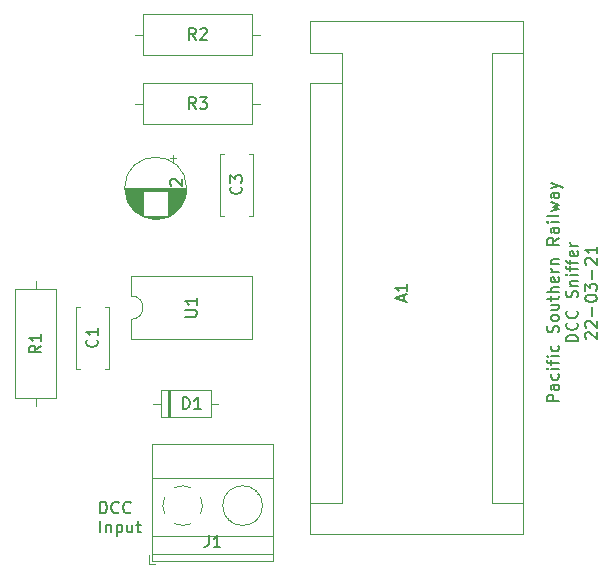
<source format=gbr>
%TF.GenerationSoftware,KiCad,Pcbnew,(6.0.2)*%
%TF.CreationDate,2022-03-21T18:21:57-04:00*%
%TF.ProjectId,dccsniffer,64636373-6e69-4666-9665-722e6b696361,rev?*%
%TF.SameCoordinates,Original*%
%TF.FileFunction,Legend,Top*%
%TF.FilePolarity,Positive*%
%FSLAX46Y46*%
G04 Gerber Fmt 4.6, Leading zero omitted, Abs format (unit mm)*
G04 Created by KiCad (PCBNEW (6.0.2)) date 2022-03-21 18:21:57*
%MOMM*%
%LPD*%
G01*
G04 APERTURE LIST*
%ADD10C,0.150000*%
%ADD11C,0.120000*%
G04 APERTURE END LIST*
D10*
X144384380Y-46806285D02*
X143384380Y-46806285D01*
X143384380Y-46425333D01*
X143432000Y-46330095D01*
X143479619Y-46282476D01*
X143574857Y-46234857D01*
X143717714Y-46234857D01*
X143812952Y-46282476D01*
X143860571Y-46330095D01*
X143908190Y-46425333D01*
X143908190Y-46806285D01*
X144384380Y-45377714D02*
X143860571Y-45377714D01*
X143765333Y-45425333D01*
X143717714Y-45520571D01*
X143717714Y-45711047D01*
X143765333Y-45806285D01*
X144336761Y-45377714D02*
X144384380Y-45472952D01*
X144384380Y-45711047D01*
X144336761Y-45806285D01*
X144241523Y-45853904D01*
X144146285Y-45853904D01*
X144051047Y-45806285D01*
X144003428Y-45711047D01*
X144003428Y-45472952D01*
X143955809Y-45377714D01*
X144336761Y-44472952D02*
X144384380Y-44568190D01*
X144384380Y-44758666D01*
X144336761Y-44853904D01*
X144289142Y-44901523D01*
X144193904Y-44949142D01*
X143908190Y-44949142D01*
X143812952Y-44901523D01*
X143765333Y-44853904D01*
X143717714Y-44758666D01*
X143717714Y-44568190D01*
X143765333Y-44472952D01*
X144384380Y-44044380D02*
X143717714Y-44044380D01*
X143384380Y-44044380D02*
X143432000Y-44092000D01*
X143479619Y-44044380D01*
X143432000Y-43996761D01*
X143384380Y-44044380D01*
X143479619Y-44044380D01*
X143717714Y-43711047D02*
X143717714Y-43330095D01*
X144384380Y-43568190D02*
X143527238Y-43568190D01*
X143432000Y-43520571D01*
X143384380Y-43425333D01*
X143384380Y-43330095D01*
X144384380Y-42996761D02*
X143717714Y-42996761D01*
X143384380Y-42996761D02*
X143432000Y-43044380D01*
X143479619Y-42996761D01*
X143432000Y-42949142D01*
X143384380Y-42996761D01*
X143479619Y-42996761D01*
X144336761Y-42092000D02*
X144384380Y-42187238D01*
X144384380Y-42377714D01*
X144336761Y-42472952D01*
X144289142Y-42520571D01*
X144193904Y-42568190D01*
X143908190Y-42568190D01*
X143812952Y-42520571D01*
X143765333Y-42472952D01*
X143717714Y-42377714D01*
X143717714Y-42187238D01*
X143765333Y-42092000D01*
X144336761Y-40949142D02*
X144384380Y-40806285D01*
X144384380Y-40568190D01*
X144336761Y-40472952D01*
X144289142Y-40425333D01*
X144193904Y-40377714D01*
X144098666Y-40377714D01*
X144003428Y-40425333D01*
X143955809Y-40472952D01*
X143908190Y-40568190D01*
X143860571Y-40758666D01*
X143812952Y-40853904D01*
X143765333Y-40901523D01*
X143670095Y-40949142D01*
X143574857Y-40949142D01*
X143479619Y-40901523D01*
X143432000Y-40853904D01*
X143384380Y-40758666D01*
X143384380Y-40520571D01*
X143432000Y-40377714D01*
X144384380Y-39806285D02*
X144336761Y-39901523D01*
X144289142Y-39949142D01*
X144193904Y-39996761D01*
X143908190Y-39996761D01*
X143812952Y-39949142D01*
X143765333Y-39901523D01*
X143717714Y-39806285D01*
X143717714Y-39663428D01*
X143765333Y-39568190D01*
X143812952Y-39520571D01*
X143908190Y-39472952D01*
X144193904Y-39472952D01*
X144289142Y-39520571D01*
X144336761Y-39568190D01*
X144384380Y-39663428D01*
X144384380Y-39806285D01*
X143717714Y-38615809D02*
X144384380Y-38615809D01*
X143717714Y-39044380D02*
X144241523Y-39044380D01*
X144336761Y-38996761D01*
X144384380Y-38901523D01*
X144384380Y-38758666D01*
X144336761Y-38663428D01*
X144289142Y-38615809D01*
X143717714Y-38282476D02*
X143717714Y-37901523D01*
X143384380Y-38139619D02*
X144241523Y-38139619D01*
X144336761Y-38092000D01*
X144384380Y-37996761D01*
X144384380Y-37901523D01*
X144384380Y-37568190D02*
X143384380Y-37568190D01*
X144384380Y-37139619D02*
X143860571Y-37139619D01*
X143765333Y-37187238D01*
X143717714Y-37282476D01*
X143717714Y-37425333D01*
X143765333Y-37520571D01*
X143812952Y-37568190D01*
X144336761Y-36282476D02*
X144384380Y-36377714D01*
X144384380Y-36568190D01*
X144336761Y-36663428D01*
X144241523Y-36711047D01*
X143860571Y-36711047D01*
X143765333Y-36663428D01*
X143717714Y-36568190D01*
X143717714Y-36377714D01*
X143765333Y-36282476D01*
X143860571Y-36234857D01*
X143955809Y-36234857D01*
X144051047Y-36711047D01*
X144384380Y-35806285D02*
X143717714Y-35806285D01*
X143908190Y-35806285D02*
X143812952Y-35758666D01*
X143765333Y-35711047D01*
X143717714Y-35615809D01*
X143717714Y-35520571D01*
X143717714Y-35187238D02*
X144384380Y-35187238D01*
X143812952Y-35187238D02*
X143765333Y-35139619D01*
X143717714Y-35044380D01*
X143717714Y-34901523D01*
X143765333Y-34806285D01*
X143860571Y-34758666D01*
X144384380Y-34758666D01*
X144384380Y-32949142D02*
X143908190Y-33282476D01*
X144384380Y-33520571D02*
X143384380Y-33520571D01*
X143384380Y-33139619D01*
X143432000Y-33044380D01*
X143479619Y-32996761D01*
X143574857Y-32949142D01*
X143717714Y-32949142D01*
X143812952Y-32996761D01*
X143860571Y-33044380D01*
X143908190Y-33139619D01*
X143908190Y-33520571D01*
X144384380Y-32092000D02*
X143860571Y-32092000D01*
X143765333Y-32139619D01*
X143717714Y-32234857D01*
X143717714Y-32425333D01*
X143765333Y-32520571D01*
X144336761Y-32092000D02*
X144384380Y-32187238D01*
X144384380Y-32425333D01*
X144336761Y-32520571D01*
X144241523Y-32568190D01*
X144146285Y-32568190D01*
X144051047Y-32520571D01*
X144003428Y-32425333D01*
X144003428Y-32187238D01*
X143955809Y-32092000D01*
X144384380Y-31615809D02*
X143717714Y-31615809D01*
X143384380Y-31615809D02*
X143432000Y-31663428D01*
X143479619Y-31615809D01*
X143432000Y-31568190D01*
X143384380Y-31615809D01*
X143479619Y-31615809D01*
X144384380Y-30996761D02*
X144336761Y-31092000D01*
X144241523Y-31139619D01*
X143384380Y-31139619D01*
X143717714Y-30711047D02*
X144384380Y-30520571D01*
X143908190Y-30330095D01*
X144384380Y-30139619D01*
X143717714Y-29949142D01*
X144384380Y-29139619D02*
X143860571Y-29139619D01*
X143765333Y-29187238D01*
X143717714Y-29282476D01*
X143717714Y-29472952D01*
X143765333Y-29568190D01*
X144336761Y-29139619D02*
X144384380Y-29234857D01*
X144384380Y-29472952D01*
X144336761Y-29568190D01*
X144241523Y-29615809D01*
X144146285Y-29615809D01*
X144051047Y-29568190D01*
X144003428Y-29472952D01*
X144003428Y-29234857D01*
X143955809Y-29139619D01*
X143717714Y-28758666D02*
X144384380Y-28520571D01*
X143717714Y-28282476D02*
X144384380Y-28520571D01*
X144622476Y-28615809D01*
X144670095Y-28663428D01*
X144717714Y-28758666D01*
X145994380Y-41711047D02*
X144994380Y-41711047D01*
X144994380Y-41472952D01*
X145042000Y-41330095D01*
X145137238Y-41234857D01*
X145232476Y-41187238D01*
X145422952Y-41139619D01*
X145565809Y-41139619D01*
X145756285Y-41187238D01*
X145851523Y-41234857D01*
X145946761Y-41330095D01*
X145994380Y-41472952D01*
X145994380Y-41711047D01*
X145899142Y-40139619D02*
X145946761Y-40187238D01*
X145994380Y-40330095D01*
X145994380Y-40425333D01*
X145946761Y-40568190D01*
X145851523Y-40663428D01*
X145756285Y-40711047D01*
X145565809Y-40758666D01*
X145422952Y-40758666D01*
X145232476Y-40711047D01*
X145137238Y-40663428D01*
X145042000Y-40568190D01*
X144994380Y-40425333D01*
X144994380Y-40330095D01*
X145042000Y-40187238D01*
X145089619Y-40139619D01*
X145899142Y-39139619D02*
X145946761Y-39187238D01*
X145994380Y-39330095D01*
X145994380Y-39425333D01*
X145946761Y-39568190D01*
X145851523Y-39663428D01*
X145756285Y-39711047D01*
X145565809Y-39758666D01*
X145422952Y-39758666D01*
X145232476Y-39711047D01*
X145137238Y-39663428D01*
X145042000Y-39568190D01*
X144994380Y-39425333D01*
X144994380Y-39330095D01*
X145042000Y-39187238D01*
X145089619Y-39139619D01*
X145946761Y-37996761D02*
X145994380Y-37853904D01*
X145994380Y-37615809D01*
X145946761Y-37520571D01*
X145899142Y-37472952D01*
X145803904Y-37425333D01*
X145708666Y-37425333D01*
X145613428Y-37472952D01*
X145565809Y-37520571D01*
X145518190Y-37615809D01*
X145470571Y-37806285D01*
X145422952Y-37901523D01*
X145375333Y-37949142D01*
X145280095Y-37996761D01*
X145184857Y-37996761D01*
X145089619Y-37949142D01*
X145042000Y-37901523D01*
X144994380Y-37806285D01*
X144994380Y-37568190D01*
X145042000Y-37425333D01*
X145327714Y-36996761D02*
X145994380Y-36996761D01*
X145422952Y-36996761D02*
X145375333Y-36949142D01*
X145327714Y-36853904D01*
X145327714Y-36711047D01*
X145375333Y-36615809D01*
X145470571Y-36568190D01*
X145994380Y-36568190D01*
X145994380Y-36092000D02*
X145327714Y-36092000D01*
X144994380Y-36092000D02*
X145042000Y-36139619D01*
X145089619Y-36092000D01*
X145042000Y-36044380D01*
X144994380Y-36092000D01*
X145089619Y-36092000D01*
X145327714Y-35758666D02*
X145327714Y-35377714D01*
X145994380Y-35615809D02*
X145137238Y-35615809D01*
X145042000Y-35568190D01*
X144994380Y-35472952D01*
X144994380Y-35377714D01*
X145327714Y-35187238D02*
X145327714Y-34806285D01*
X145994380Y-35044380D02*
X145137238Y-35044380D01*
X145042000Y-34996761D01*
X144994380Y-34901523D01*
X144994380Y-34806285D01*
X145946761Y-34092000D02*
X145994380Y-34187238D01*
X145994380Y-34377714D01*
X145946761Y-34472952D01*
X145851523Y-34520571D01*
X145470571Y-34520571D01*
X145375333Y-34472952D01*
X145327714Y-34377714D01*
X145327714Y-34187238D01*
X145375333Y-34092000D01*
X145470571Y-34044380D01*
X145565809Y-34044380D01*
X145661047Y-34520571D01*
X145994380Y-33615809D02*
X145327714Y-33615809D01*
X145518190Y-33615809D02*
X145422952Y-33568190D01*
X145375333Y-33520571D01*
X145327714Y-33425333D01*
X145327714Y-33330095D01*
X146699619Y-41496761D02*
X146652000Y-41449142D01*
X146604380Y-41353904D01*
X146604380Y-41115809D01*
X146652000Y-41020571D01*
X146699619Y-40972952D01*
X146794857Y-40925333D01*
X146890095Y-40925333D01*
X147032952Y-40972952D01*
X147604380Y-41544380D01*
X147604380Y-40925333D01*
X146699619Y-40544380D02*
X146652000Y-40496761D01*
X146604380Y-40401523D01*
X146604380Y-40163428D01*
X146652000Y-40068190D01*
X146699619Y-40020571D01*
X146794857Y-39972952D01*
X146890095Y-39972952D01*
X147032952Y-40020571D01*
X147604380Y-40592000D01*
X147604380Y-39972952D01*
X147223428Y-39544380D02*
X147223428Y-38782476D01*
X146604380Y-38115809D02*
X146604380Y-38020571D01*
X146652000Y-37925333D01*
X146699619Y-37877714D01*
X146794857Y-37830095D01*
X146985333Y-37782476D01*
X147223428Y-37782476D01*
X147413904Y-37830095D01*
X147509142Y-37877714D01*
X147556761Y-37925333D01*
X147604380Y-38020571D01*
X147604380Y-38115809D01*
X147556761Y-38211047D01*
X147509142Y-38258666D01*
X147413904Y-38306285D01*
X147223428Y-38353904D01*
X146985333Y-38353904D01*
X146794857Y-38306285D01*
X146699619Y-38258666D01*
X146652000Y-38211047D01*
X146604380Y-38115809D01*
X146604380Y-37449142D02*
X146604380Y-36830095D01*
X146985333Y-37163428D01*
X146985333Y-37020571D01*
X147032952Y-36925333D01*
X147080571Y-36877714D01*
X147175809Y-36830095D01*
X147413904Y-36830095D01*
X147509142Y-36877714D01*
X147556761Y-36925333D01*
X147604380Y-37020571D01*
X147604380Y-37306285D01*
X147556761Y-37401523D01*
X147509142Y-37449142D01*
X147223428Y-36401523D02*
X147223428Y-35639619D01*
X146699619Y-35211047D02*
X146652000Y-35163428D01*
X146604380Y-35068190D01*
X146604380Y-34830095D01*
X146652000Y-34734857D01*
X146699619Y-34687238D01*
X146794857Y-34639619D01*
X146890095Y-34639619D01*
X147032952Y-34687238D01*
X147604380Y-35258666D01*
X147604380Y-34639619D01*
X147604380Y-33687238D02*
X147604380Y-34258666D01*
X147604380Y-33972952D02*
X146604380Y-33972952D01*
X146747238Y-34068190D01*
X146842476Y-34163428D01*
X146890095Y-34258666D01*
X105545142Y-56289380D02*
X105545142Y-55289380D01*
X105783238Y-55289380D01*
X105926095Y-55337000D01*
X106021333Y-55432238D01*
X106068952Y-55527476D01*
X106116571Y-55717952D01*
X106116571Y-55860809D01*
X106068952Y-56051285D01*
X106021333Y-56146523D01*
X105926095Y-56241761D01*
X105783238Y-56289380D01*
X105545142Y-56289380D01*
X107116571Y-56194142D02*
X107068952Y-56241761D01*
X106926095Y-56289380D01*
X106830857Y-56289380D01*
X106688000Y-56241761D01*
X106592761Y-56146523D01*
X106545142Y-56051285D01*
X106497523Y-55860809D01*
X106497523Y-55717952D01*
X106545142Y-55527476D01*
X106592761Y-55432238D01*
X106688000Y-55337000D01*
X106830857Y-55289380D01*
X106926095Y-55289380D01*
X107068952Y-55337000D01*
X107116571Y-55384619D01*
X108116571Y-56194142D02*
X108068952Y-56241761D01*
X107926095Y-56289380D01*
X107830857Y-56289380D01*
X107688000Y-56241761D01*
X107592761Y-56146523D01*
X107545142Y-56051285D01*
X107497523Y-55860809D01*
X107497523Y-55717952D01*
X107545142Y-55527476D01*
X107592761Y-55432238D01*
X107688000Y-55337000D01*
X107830857Y-55289380D01*
X107926095Y-55289380D01*
X108068952Y-55337000D01*
X108116571Y-55384619D01*
X105545142Y-57899380D02*
X105545142Y-56899380D01*
X106021333Y-57232714D02*
X106021333Y-57899380D01*
X106021333Y-57327952D02*
X106068952Y-57280333D01*
X106164190Y-57232714D01*
X106307047Y-57232714D01*
X106402285Y-57280333D01*
X106449904Y-57375571D01*
X106449904Y-57899380D01*
X106926095Y-57232714D02*
X106926095Y-58232714D01*
X106926095Y-57280333D02*
X107021333Y-57232714D01*
X107211809Y-57232714D01*
X107307047Y-57280333D01*
X107354666Y-57327952D01*
X107402285Y-57423190D01*
X107402285Y-57708904D01*
X107354666Y-57804142D01*
X107307047Y-57851761D01*
X107211809Y-57899380D01*
X107021333Y-57899380D01*
X106926095Y-57851761D01*
X108259428Y-57232714D02*
X108259428Y-57899380D01*
X107830857Y-57232714D02*
X107830857Y-57756523D01*
X107878476Y-57851761D01*
X107973714Y-57899380D01*
X108116571Y-57899380D01*
X108211809Y-57851761D01*
X108259428Y-57804142D01*
X108592761Y-57232714D02*
X108973714Y-57232714D01*
X108735619Y-56899380D02*
X108735619Y-57756523D01*
X108783238Y-57851761D01*
X108878476Y-57899380D01*
X108973714Y-57899380D01*
%TO.C,D1*%
X112545904Y-47442380D02*
X112545904Y-46442380D01*
X112784000Y-46442380D01*
X112926857Y-46490000D01*
X113022095Y-46585238D01*
X113069714Y-46680476D01*
X113117333Y-46870952D01*
X113117333Y-47013809D01*
X113069714Y-47204285D01*
X113022095Y-47299523D01*
X112926857Y-47394761D01*
X112784000Y-47442380D01*
X112545904Y-47442380D01*
X114069714Y-47442380D02*
X113498285Y-47442380D01*
X113784000Y-47442380D02*
X113784000Y-46442380D01*
X113688761Y-46585238D01*
X113593523Y-46680476D01*
X113498285Y-46728095D01*
%TO.C,R2*%
X113625333Y-16200380D02*
X113292000Y-15724190D01*
X113053904Y-16200380D02*
X113053904Y-15200380D01*
X113434857Y-15200380D01*
X113530095Y-15248000D01*
X113577714Y-15295619D01*
X113625333Y-15390857D01*
X113625333Y-15533714D01*
X113577714Y-15628952D01*
X113530095Y-15676571D01*
X113434857Y-15724190D01*
X113053904Y-15724190D01*
X114006285Y-15295619D02*
X114053904Y-15248000D01*
X114149142Y-15200380D01*
X114387238Y-15200380D01*
X114482476Y-15248000D01*
X114530095Y-15295619D01*
X114577714Y-15390857D01*
X114577714Y-15486095D01*
X114530095Y-15628952D01*
X113958666Y-16200380D01*
X114577714Y-16200380D01*
%TO.C,C1*%
X105259142Y-41568666D02*
X105306761Y-41616285D01*
X105354380Y-41759142D01*
X105354380Y-41854380D01*
X105306761Y-41997238D01*
X105211523Y-42092476D01*
X105116285Y-42140095D01*
X104925809Y-42187714D01*
X104782952Y-42187714D01*
X104592476Y-42140095D01*
X104497238Y-42092476D01*
X104402000Y-41997238D01*
X104354380Y-41854380D01*
X104354380Y-41759142D01*
X104402000Y-41616285D01*
X104449619Y-41568666D01*
X105354380Y-40616285D02*
X105354380Y-41187714D01*
X105354380Y-40902000D02*
X104354380Y-40902000D01*
X104497238Y-40997238D01*
X104592476Y-41092476D01*
X104640095Y-41187714D01*
%TO.C,U1*%
X112736380Y-39613904D02*
X113545904Y-39613904D01*
X113641142Y-39566285D01*
X113688761Y-39518666D01*
X113736380Y-39423428D01*
X113736380Y-39232952D01*
X113688761Y-39137714D01*
X113641142Y-39090095D01*
X113545904Y-39042476D01*
X112736380Y-39042476D01*
X113736380Y-38042476D02*
X113736380Y-38613904D01*
X113736380Y-38328190D02*
X112736380Y-38328190D01*
X112879238Y-38423428D01*
X112974476Y-38518666D01*
X113022095Y-38613904D01*
%TO.C,R3*%
X113625333Y-22042380D02*
X113292000Y-21566190D01*
X113053904Y-22042380D02*
X113053904Y-21042380D01*
X113434857Y-21042380D01*
X113530095Y-21090000D01*
X113577714Y-21137619D01*
X113625333Y-21232857D01*
X113625333Y-21375714D01*
X113577714Y-21470952D01*
X113530095Y-21518571D01*
X113434857Y-21566190D01*
X113053904Y-21566190D01*
X113958666Y-21042380D02*
X114577714Y-21042380D01*
X114244380Y-21423333D01*
X114387238Y-21423333D01*
X114482476Y-21470952D01*
X114530095Y-21518571D01*
X114577714Y-21613809D01*
X114577714Y-21851904D01*
X114530095Y-21947142D01*
X114482476Y-21994761D01*
X114387238Y-22042380D01*
X114101523Y-22042380D01*
X114006285Y-21994761D01*
X113958666Y-21947142D01*
%TO.C,C3*%
X117451142Y-28614666D02*
X117498761Y-28662285D01*
X117546380Y-28805142D01*
X117546380Y-28900380D01*
X117498761Y-29043238D01*
X117403523Y-29138476D01*
X117308285Y-29186095D01*
X117117809Y-29233714D01*
X116974952Y-29233714D01*
X116784476Y-29186095D01*
X116689238Y-29138476D01*
X116594000Y-29043238D01*
X116546380Y-28900380D01*
X116546380Y-28805142D01*
X116594000Y-28662285D01*
X116641619Y-28614666D01*
X116546380Y-28281333D02*
X116546380Y-27662285D01*
X116927333Y-27995619D01*
X116927333Y-27852761D01*
X116974952Y-27757523D01*
X117022571Y-27709904D01*
X117117809Y-27662285D01*
X117355904Y-27662285D01*
X117451142Y-27709904D01*
X117498761Y-27757523D01*
X117546380Y-27852761D01*
X117546380Y-28138476D01*
X117498761Y-28233714D01*
X117451142Y-28281333D01*
%TO.C,C2*%
X112371142Y-28913554D02*
X112418761Y-28961173D01*
X112466380Y-29104030D01*
X112466380Y-29199268D01*
X112418761Y-29342126D01*
X112323523Y-29437364D01*
X112228285Y-29484983D01*
X112037809Y-29532602D01*
X111894952Y-29532602D01*
X111704476Y-29484983D01*
X111609238Y-29437364D01*
X111514000Y-29342126D01*
X111466380Y-29199268D01*
X111466380Y-29104030D01*
X111514000Y-28961173D01*
X111561619Y-28913554D01*
X111561619Y-28532602D02*
X111514000Y-28484983D01*
X111466380Y-28389745D01*
X111466380Y-28151649D01*
X111514000Y-28056411D01*
X111561619Y-28008792D01*
X111656857Y-27961173D01*
X111752095Y-27961173D01*
X111894952Y-28008792D01*
X112466380Y-28580221D01*
X112466380Y-27961173D01*
%TO.C,A1*%
X131230666Y-38306285D02*
X131230666Y-37830095D01*
X131516380Y-38401523D02*
X130516380Y-38068190D01*
X131516380Y-37734857D01*
X131516380Y-36877714D02*
X131516380Y-37449142D01*
X131516380Y-37163428D02*
X130516380Y-37163428D01*
X130659238Y-37258666D01*
X130754476Y-37353904D01*
X130802095Y-37449142D01*
%TO.C,J1*%
X114728666Y-58126380D02*
X114728666Y-58840666D01*
X114681047Y-58983523D01*
X114585809Y-59078761D01*
X114442952Y-59126380D01*
X114347714Y-59126380D01*
X115728666Y-59126380D02*
X115157238Y-59126380D01*
X115442952Y-59126380D02*
X115442952Y-58126380D01*
X115347714Y-58269238D01*
X115252476Y-58364476D01*
X115157238Y-58412095D01*
%TO.C,R1*%
X100528380Y-42076666D02*
X100052190Y-42410000D01*
X100528380Y-42648095D02*
X99528380Y-42648095D01*
X99528380Y-42267142D01*
X99576000Y-42171904D01*
X99623619Y-42124285D01*
X99718857Y-42076666D01*
X99861714Y-42076666D01*
X99956952Y-42124285D01*
X100004571Y-42171904D01*
X100052190Y-42267142D01*
X100052190Y-42648095D01*
X100528380Y-41124285D02*
X100528380Y-41695714D01*
X100528380Y-41410000D02*
X99528380Y-41410000D01*
X99671238Y-41505238D01*
X99766476Y-41600476D01*
X99814095Y-41695714D01*
D11*
%TO.C,D1*%
X114896000Y-45870000D02*
X110656000Y-45870000D01*
X114896000Y-48110000D02*
X114896000Y-45870000D01*
X111376000Y-45870000D02*
X111376000Y-48110000D01*
X111496000Y-45870000D02*
X111496000Y-48110000D01*
X115546000Y-46990000D02*
X114896000Y-46990000D01*
X110656000Y-45870000D02*
X110656000Y-48110000D01*
X110006000Y-46990000D02*
X110656000Y-46990000D01*
X111256000Y-45870000D02*
X111256000Y-48110000D01*
X110656000Y-48110000D02*
X114896000Y-48110000D01*
%TO.C,R2*%
X118412000Y-14028000D02*
X109172000Y-14028000D01*
X119102000Y-15748000D02*
X118412000Y-15748000D01*
X109172000Y-14028000D02*
X109172000Y-17468000D01*
X109172000Y-17468000D02*
X118412000Y-17468000D01*
X118412000Y-17468000D02*
X118412000Y-14028000D01*
X108482000Y-15748000D02*
X109172000Y-15748000D01*
%TO.C,C1*%
X103847000Y-38782000D02*
X103532000Y-38782000D01*
X106272000Y-44022000D02*
X105957000Y-44022000D01*
X106272000Y-38782000D02*
X106272000Y-44022000D01*
X106272000Y-38782000D02*
X105957000Y-38782000D01*
X103847000Y-44022000D02*
X103532000Y-44022000D01*
X103532000Y-38782000D02*
X103532000Y-44022000D01*
%TO.C,U1*%
X118434000Y-36202000D02*
X108154000Y-36202000D01*
X108154000Y-41502000D02*
X118434000Y-41502000D01*
X118434000Y-41502000D02*
X118434000Y-36202000D01*
X108154000Y-36202000D02*
X108154000Y-37852000D01*
X108154000Y-39852000D02*
X108154000Y-41502000D01*
X108154000Y-39852000D02*
G75*
G03*
X108154000Y-37852000I0J1000000D01*
G01*
%TO.C,R3*%
X108482000Y-21590000D02*
X109172000Y-21590000D01*
X118412000Y-23310000D02*
X118412000Y-19870000D01*
X119102000Y-21590000D02*
X118412000Y-21590000D01*
X109172000Y-23310000D02*
X118412000Y-23310000D01*
X118412000Y-19870000D02*
X109172000Y-19870000D01*
X109172000Y-19870000D02*
X109172000Y-23310000D01*
%TO.C,C3*%
X116039000Y-31068000D02*
X115724000Y-31068000D01*
X115724000Y-25828000D02*
X115724000Y-31068000D01*
X118464000Y-31068000D02*
X118149000Y-31068000D01*
X118464000Y-25828000D02*
X118149000Y-25828000D01*
X116039000Y-25828000D02*
X115724000Y-25828000D01*
X118464000Y-25828000D02*
X118464000Y-31068000D01*
%TO.C,C2*%
X111679000Y-30907888D02*
X111276000Y-30907888D01*
X109196000Y-30427888D02*
X108265000Y-30427888D01*
X111414000Y-31067888D02*
X109058000Y-31067888D01*
X111619000Y-30947888D02*
X111276000Y-30947888D01*
X112756000Y-29306888D02*
X111276000Y-29306888D01*
X109196000Y-30267888D02*
X108141000Y-30267888D01*
X112546000Y-29907888D02*
X111276000Y-29907888D01*
X112772000Y-29226888D02*
X111276000Y-29226888D01*
X109196000Y-31027888D02*
X108985000Y-31027888D01*
X112664000Y-29627888D02*
X111276000Y-29627888D01*
X112173000Y-30467888D02*
X111276000Y-30467888D01*
X109196000Y-29787888D02*
X107871000Y-29787888D01*
X112331000Y-30267888D02*
X111276000Y-30267888D01*
X112565000Y-29867888D02*
X111276000Y-29867888D01*
X112786000Y-29146888D02*
X111276000Y-29146888D01*
X109196000Y-29066888D02*
X107675000Y-29066888D01*
X109196000Y-30107888D02*
X108036000Y-30107888D01*
X109196000Y-29386888D02*
X107735000Y-29386888D01*
X109196000Y-29106888D02*
X107680000Y-29106888D01*
X111487000Y-31027888D02*
X111276000Y-31027888D01*
X111711000Y-25942113D02*
X111711000Y-26442113D01*
X112737000Y-29386888D02*
X111276000Y-29386888D01*
X112678000Y-29587888D02*
X111276000Y-29587888D01*
X109196000Y-30147888D02*
X108061000Y-30147888D01*
X109196000Y-28986888D02*
X107667000Y-28986888D01*
X109196000Y-30827888D02*
X108682000Y-30827888D01*
X109196000Y-29266888D02*
X107708000Y-29266888D01*
X109196000Y-29547888D02*
X107781000Y-29547888D01*
X109196000Y-30507888D02*
X108335000Y-30507888D01*
X111889000Y-30747888D02*
X111276000Y-30747888D01*
X109196000Y-30587888D02*
X108410000Y-30587888D01*
X112207000Y-30427888D02*
X111276000Y-30427888D01*
X109196000Y-29186888D02*
X107693000Y-29186888D01*
X109196000Y-29306888D02*
X107716000Y-29306888D01*
X109196000Y-30547888D02*
X108372000Y-30547888D01*
X112809000Y-28946888D02*
X107663000Y-28946888D01*
X111334000Y-31107888D02*
X109138000Y-31107888D01*
X112504000Y-29987888D02*
X111276000Y-29987888D01*
X111979000Y-30667888D02*
X111276000Y-30667888D01*
X110913000Y-31267888D02*
X109559000Y-31267888D01*
X109196000Y-29507888D02*
X107768000Y-29507888D01*
X112271000Y-30347888D02*
X111276000Y-30347888D01*
X109196000Y-29426888D02*
X107745000Y-29426888D01*
X109196000Y-29587888D02*
X107794000Y-29587888D01*
X112797000Y-29066888D02*
X111276000Y-29066888D01*
X112601000Y-29787888D02*
X111276000Y-29787888D01*
X109196000Y-29827888D02*
X107888000Y-29827888D01*
X112385000Y-30187888D02*
X111276000Y-30187888D01*
X109196000Y-30067888D02*
X108012000Y-30067888D01*
X109196000Y-29627888D02*
X107808000Y-29627888D01*
X111151000Y-31187888D02*
X109321000Y-31187888D01*
X112812000Y-28906888D02*
X107660000Y-28906888D01*
X112240000Y-30387888D02*
X111276000Y-30387888D01*
X112815000Y-28826888D02*
X107657000Y-28826888D01*
X109196000Y-30307888D02*
X108171000Y-30307888D01*
X109196000Y-30987888D02*
X108917000Y-30987888D01*
X112137000Y-30507888D02*
X111276000Y-30507888D01*
X112801000Y-29026888D02*
X111276000Y-29026888D01*
X111961000Y-26192113D02*
X111461000Y-26192113D01*
X109196000Y-30347888D02*
X108201000Y-30347888D01*
X112816000Y-28786888D02*
X107656000Y-28786888D01*
X109196000Y-30627888D02*
X108451000Y-30627888D01*
X112483000Y-30027888D02*
X111276000Y-30027888D01*
X109196000Y-29467888D02*
X107756000Y-29467888D01*
X112358000Y-30227888D02*
X111276000Y-30227888D01*
X109196000Y-29987888D02*
X107968000Y-29987888D01*
X112814000Y-28866888D02*
X107658000Y-28866888D01*
X111841000Y-30787888D02*
X111276000Y-30787888D01*
X109196000Y-30667888D02*
X108493000Y-30667888D01*
X112062000Y-30587888D02*
X111276000Y-30587888D01*
X109196000Y-30387888D02*
X108232000Y-30387888D01*
X109196000Y-30907888D02*
X108793000Y-30907888D01*
X109196000Y-29707888D02*
X107838000Y-29707888D01*
X109196000Y-30867888D02*
X108736000Y-30867888D01*
X110520000Y-31347888D02*
X109952000Y-31347888D01*
X109196000Y-29747888D02*
X107854000Y-29747888D01*
X109196000Y-29146888D02*
X107686000Y-29146888D01*
X112747000Y-29346888D02*
X111276000Y-29346888D01*
X109196000Y-29947888D02*
X107946000Y-29947888D01*
X111935000Y-30707888D02*
X111276000Y-30707888D01*
X109196000Y-29026888D02*
X107671000Y-29026888D01*
X109196000Y-30027888D02*
X107989000Y-30027888D01*
X109196000Y-30227888D02*
X108114000Y-30227888D01*
X112021000Y-30627888D02*
X111276000Y-30627888D01*
X111247000Y-31147888D02*
X109225000Y-31147888D01*
X111736000Y-30867888D02*
X111276000Y-30867888D01*
X112764000Y-29266888D02*
X111276000Y-29266888D01*
X112704000Y-29507888D02*
X111276000Y-29507888D01*
X109196000Y-30707888D02*
X108537000Y-30707888D01*
X109196000Y-29667888D02*
X107822000Y-29667888D01*
X109196000Y-29346888D02*
X107725000Y-29346888D01*
X112460000Y-30067888D02*
X111276000Y-30067888D01*
X112779000Y-29186888D02*
X111276000Y-29186888D01*
X112301000Y-30307888D02*
X111276000Y-30307888D01*
X109196000Y-30947888D02*
X108853000Y-30947888D01*
X109196000Y-30467888D02*
X108299000Y-30467888D01*
X112805000Y-28986888D02*
X111276000Y-28986888D01*
X112634000Y-29707888D02*
X111276000Y-29707888D01*
X111041000Y-31227888D02*
X109431000Y-31227888D01*
X112716000Y-29467888D02*
X111276000Y-29467888D01*
X109196000Y-30187888D02*
X108087000Y-30187888D01*
X112792000Y-29106888D02*
X111276000Y-29106888D01*
X112691000Y-29547888D02*
X111276000Y-29547888D01*
X112526000Y-29947888D02*
X111276000Y-29947888D01*
X110754000Y-31307888D02*
X109718000Y-31307888D01*
X112584000Y-29827888D02*
X111276000Y-29827888D01*
X109196000Y-30747888D02*
X108583000Y-30747888D01*
X111555000Y-30987888D02*
X111276000Y-30987888D01*
X112618000Y-29747888D02*
X111276000Y-29747888D01*
X109196000Y-29907888D02*
X107926000Y-29907888D01*
X111790000Y-30827888D02*
X111276000Y-30827888D01*
X112816000Y-28746888D02*
X107656000Y-28746888D01*
X112100000Y-30547888D02*
X111276000Y-30547888D01*
X109196000Y-29226888D02*
X107700000Y-29226888D01*
X109196000Y-30787888D02*
X108631000Y-30787888D01*
X109196000Y-29867888D02*
X107907000Y-29867888D01*
X112436000Y-30107888D02*
X111276000Y-30107888D01*
X112650000Y-29667888D02*
X111276000Y-29667888D01*
X112411000Y-30147888D02*
X111276000Y-30147888D01*
X112727000Y-29426888D02*
X111276000Y-29426888D01*
X112856000Y-28746888D02*
G75*
G03*
X112856000Y-28746888I-2620000J0D01*
G01*
%TO.C,A1*%
X138694000Y-17272000D02*
X141364000Y-17272000D01*
X125994000Y-19812000D02*
X125994000Y-55372000D01*
X138694000Y-55372000D02*
X141364000Y-55372000D01*
X123324000Y-19812000D02*
X123324000Y-58042000D01*
X123324000Y-14602000D02*
X123324000Y-17272000D01*
X125994000Y-17272000D02*
X123324000Y-17272000D01*
X141364000Y-14602000D02*
X123324000Y-14602000D01*
X141364000Y-58042000D02*
X141364000Y-14602000D01*
X138694000Y-17272000D02*
X138694000Y-55372000D01*
X125994000Y-19812000D02*
X125994000Y-17272000D01*
X125994000Y-55372000D02*
X123324000Y-55372000D01*
X125994000Y-19812000D02*
X123324000Y-19812000D01*
X123324000Y-58042000D02*
X141364000Y-58042000D01*
%TO.C,J1*%
X109682000Y-59786000D02*
X109682000Y-60526000D01*
X116568000Y-56865000D02*
X116533000Y-56900000D01*
X109922000Y-50365000D02*
X120202000Y-50365000D01*
X109922000Y-59726000D02*
X120202000Y-59726000D01*
X116375000Y-56649000D02*
X116328000Y-56695000D01*
X120202000Y-50365000D02*
X120202000Y-60286000D01*
X118877000Y-54557000D02*
X118830000Y-54603000D01*
X109922000Y-58226000D02*
X120202000Y-58226000D01*
X109922000Y-50365000D02*
X109922000Y-60286000D01*
X118672000Y-54351000D02*
X118637000Y-54387000D01*
X109922000Y-60286000D02*
X120202000Y-60286000D01*
X109682000Y-60526000D02*
X110182000Y-60526000D01*
X109922000Y-53325000D02*
X120202000Y-53325000D01*
X112522000Y-57306000D02*
G75*
G03*
X113205318Y-57160756I1J1679992D01*
G01*
X111838000Y-57161000D02*
G75*
G03*
X112550805Y-57306253I683999J1535001D01*
G01*
X110987000Y-54942000D02*
G75*
G03*
X110986573Y-56309042I1534993J-684001D01*
G01*
X113206000Y-54091000D02*
G75*
G03*
X111838958Y-54090573I-684001J-1534993D01*
G01*
X114057000Y-56310000D02*
G75*
G03*
X114057427Y-54942958I-1534993J684001D01*
G01*
X119282000Y-55626000D02*
G75*
G03*
X119282000Y-55626000I-1680000J0D01*
G01*
%TO.C,R1*%
X98356000Y-46530000D02*
X101796000Y-46530000D01*
X100076000Y-36600000D02*
X100076000Y-37290000D01*
X100076000Y-47220000D02*
X100076000Y-46530000D01*
X101796000Y-46530000D02*
X101796000Y-37290000D01*
X98356000Y-37290000D02*
X98356000Y-46530000D01*
X101796000Y-37290000D02*
X98356000Y-37290000D01*
%TD*%
M02*

</source>
